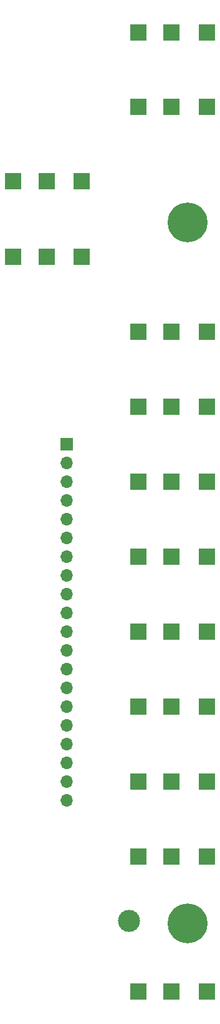
<source format=gbr>
%TF.GenerationSoftware,KiCad,Pcbnew,(5.1.6-0-10_14)*%
%TF.CreationDate,2020-09-17T09:32:26+02:00*%
%TF.ProjectId,cv_expander,63765f65-7870-4616-9e64-65722e6b6963,rev?*%
%TF.SameCoordinates,Original*%
%TF.FileFunction,Soldermask,Bot*%
%TF.FilePolarity,Negative*%
%FSLAX46Y46*%
G04 Gerber Fmt 4.6, Leading zero omitted, Abs format (unit mm)*
G04 Created by KiCad (PCBNEW (5.1.6-0-10_14)) date 2020-09-17 09:32:26*
%MOMM*%
%LPD*%
G01*
G04 APERTURE LIST*
%ADD10R,2.200000X2.200000*%
%ADD11C,5.400000*%
%ADD12O,1.700000X1.700000*%
%ADD13R,1.700000X1.700000*%
%ADD14C,3.000000*%
G04 APERTURE END LIST*
D10*
%TO.C,J14*%
X154900000Y-157000000D03*
X150100000Y-157000000D03*
X145600000Y-157000000D03*
%TD*%
D11*
%TO.C,GND*%
X152250000Y-52750000D03*
%TD*%
D10*
%TO.C,J10*%
X154900000Y-108221208D03*
X150100000Y-108221208D03*
X145600000Y-108221208D03*
%TD*%
D12*
%TO.C,J1*%
X135812000Y-131064000D03*
X135812000Y-128524000D03*
X135812000Y-125984000D03*
X135812000Y-123444000D03*
X135812000Y-120904000D03*
X135812000Y-118364000D03*
X135812000Y-115824000D03*
X135812000Y-113284000D03*
X135812000Y-110744000D03*
X135812000Y-108204000D03*
X135812000Y-105664000D03*
X135812000Y-103124000D03*
X135812000Y-100584000D03*
X135812000Y-98044000D03*
X135812000Y-95504000D03*
X135812000Y-92964000D03*
X135812000Y-90424000D03*
X135812000Y-87884000D03*
X135812000Y-85344000D03*
D13*
X135812000Y-82804000D03*
%TD*%
D10*
%TO.C,J7*%
X154900000Y-77763255D03*
X150100000Y-77763255D03*
X145600000Y-77763255D03*
%TD*%
%TO.C,J6*%
X154900000Y-67610604D03*
X150100000Y-67610604D03*
X145600000Y-67610604D03*
%TD*%
%TO.C,J5*%
X137900000Y-57457953D03*
X133100000Y-57457953D03*
X128600000Y-57457953D03*
%TD*%
%TO.C,J4*%
X137900000Y-47200000D03*
X133100000Y-47200000D03*
X128600000Y-47200000D03*
%TD*%
%TO.C,J3*%
X154900000Y-37152651D03*
X150100000Y-37152651D03*
X145600000Y-37152651D03*
%TD*%
%TO.C,J2*%
X154900000Y-27000000D03*
X150100000Y-27000000D03*
X145600000Y-27000000D03*
%TD*%
%TO.C,J13*%
X154900000Y-138679163D03*
X150100000Y-138679163D03*
X145600000Y-138679163D03*
%TD*%
%TO.C,J12*%
X154900000Y-128526510D03*
X150100000Y-128526510D03*
X145600000Y-128526510D03*
%TD*%
%TO.C,J11*%
X154900000Y-118373859D03*
X150100000Y-118373859D03*
X145600000Y-118373859D03*
%TD*%
%TO.C,J9*%
X154900000Y-98068557D03*
X150100000Y-98068557D03*
X145600000Y-98068557D03*
%TD*%
%TO.C,J8*%
X154900000Y-87915906D03*
X150100000Y-87915906D03*
X145600000Y-87915906D03*
%TD*%
D14*
%TO.C,GND*%
X144300000Y-147400000D03*
%TD*%
D11*
%TO.C,H1*%
X152250000Y-147750000D03*
%TD*%
M02*

</source>
